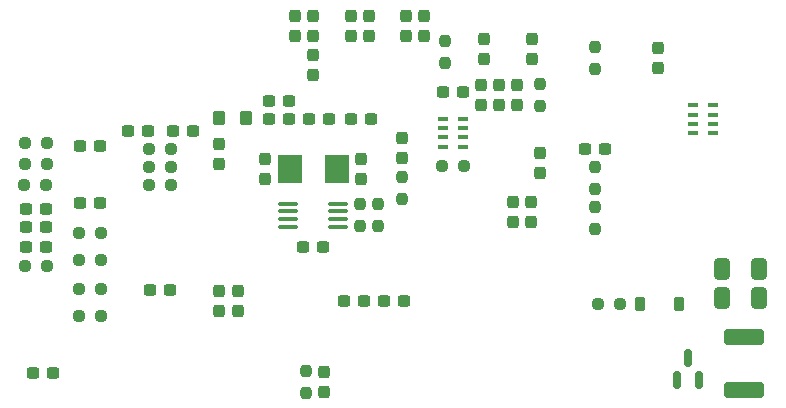
<source format=gbr>
G04 #@! TF.GenerationSoftware,KiCad,Pcbnew,8.0.2*
G04 #@! TF.CreationDate,2024-07-12T07:55:03+02:00*
G04 #@! TF.ProjectId,ETH1HMSR-SMS,45544831-484d-4535-922d-534d532e6b69,rev?*
G04 #@! TF.SameCoordinates,Original*
G04 #@! TF.FileFunction,Paste,Bot*
G04 #@! TF.FilePolarity,Positive*
%FSLAX46Y46*%
G04 Gerber Fmt 4.6, Leading zero omitted, Abs format (unit mm)*
G04 Created by KiCad (PCBNEW 8.0.2) date 2024-07-12 07:55:03*
%MOMM*%
%LPD*%
G01*
G04 APERTURE LIST*
G04 Aperture macros list*
%AMRoundRect*
0 Rectangle with rounded corners*
0 $1 Rounding radius*
0 $2 $3 $4 $5 $6 $7 $8 $9 X,Y pos of 4 corners*
0 Add a 4 corners polygon primitive as box body*
4,1,4,$2,$3,$4,$5,$6,$7,$8,$9,$2,$3,0*
0 Add four circle primitives for the rounded corners*
1,1,$1+$1,$2,$3*
1,1,$1+$1,$4,$5*
1,1,$1+$1,$6,$7*
1,1,$1+$1,$8,$9*
0 Add four rect primitives between the rounded corners*
20,1,$1+$1,$2,$3,$4,$5,0*
20,1,$1+$1,$4,$5,$6,$7,0*
20,1,$1+$1,$6,$7,$8,$9,0*
20,1,$1+$1,$8,$9,$2,$3,0*%
G04 Aperture macros list end*
%ADD10RoundRect,0.237500X-0.250000X-0.237500X0.250000X-0.237500X0.250000X0.237500X-0.250000X0.237500X0*%
%ADD11RoundRect,0.237500X0.300000X0.237500X-0.300000X0.237500X-0.300000X-0.237500X0.300000X-0.237500X0*%
%ADD12RoundRect,0.237500X0.237500X-0.300000X0.237500X0.300000X-0.237500X0.300000X-0.237500X-0.300000X0*%
%ADD13RoundRect,0.250000X-0.412500X-0.650000X0.412500X-0.650000X0.412500X0.650000X-0.412500X0.650000X0*%
%ADD14RoundRect,0.237500X0.237500X-0.250000X0.237500X0.250000X-0.237500X0.250000X-0.237500X-0.250000X0*%
%ADD15RoundRect,0.237500X-0.300000X-0.237500X0.300000X-0.237500X0.300000X0.237500X-0.300000X0.237500X0*%
%ADD16RoundRect,0.237500X-0.237500X0.250000X-0.237500X-0.250000X0.237500X-0.250000X0.237500X0.250000X0*%
%ADD17RoundRect,0.237500X0.250000X0.237500X-0.250000X0.237500X-0.250000X-0.237500X0.250000X-0.237500X0*%
%ADD18R,0.900000X0.400000*%
%ADD19RoundRect,0.237500X-0.237500X0.300000X-0.237500X-0.300000X0.237500X-0.300000X0.237500X0.300000X0*%
%ADD20R,2.000000X2.400000*%
%ADD21RoundRect,0.225000X-0.225000X-0.375000X0.225000X-0.375000X0.225000X0.375000X-0.225000X0.375000X0*%
%ADD22RoundRect,0.150000X0.150000X-0.587500X0.150000X0.587500X-0.150000X0.587500X-0.150000X-0.587500X0*%
%ADD23RoundRect,0.100000X-0.712500X-0.100000X0.712500X-0.100000X0.712500X0.100000X-0.712500X0.100000X0*%
%ADD24RoundRect,0.250000X0.275000X0.350000X-0.275000X0.350000X-0.275000X-0.350000X0.275000X-0.350000X0*%
%ADD25RoundRect,0.250000X-1.450000X0.400000X-1.450000X-0.400000X1.450000X-0.400000X1.450000X0.400000X0*%
G04 APERTURE END LIST*
D10*
G04 #@! TO.C,R508*
X133199500Y-89281000D03*
X135024500Y-89281000D03*
G04 #@! TD*
D11*
G04 #@! TO.C,C503*
X131037500Y-96393000D03*
X129312500Y-96393000D03*
G04 #@! TD*
D12*
G04 #@! TO.C,C412*
X151511000Y-67918500D03*
X151511000Y-66193500D03*
G04 #@! TD*
D13*
G04 #@! TO.C,C201*
X187667500Y-87630000D03*
X190792500Y-87630000D03*
G04 #@! TD*
D14*
G04 #@! TO.C,R407*
X158496000Y-83970500D03*
X158496000Y-82145500D03*
G04 #@! TD*
D11*
G04 #@! TO.C,C403*
X154405500Y-74930000D03*
X152680500Y-74930000D03*
G04 #@! TD*
D13*
G04 #@! TO.C,C202*
X187667500Y-90043000D03*
X190792500Y-90043000D03*
G04 #@! TD*
D15*
G04 #@! TO.C,C505*
X141123500Y-75946000D03*
X142848500Y-75946000D03*
G04 #@! TD*
D16*
G04 #@! TO.C,R303*
X176911000Y-82399500D03*
X176911000Y-84224500D03*
G04 #@! TD*
D12*
G04 #@! TO.C,C308*
X170307000Y-73760500D03*
X170307000Y-72035500D03*
G04 #@! TD*
D17*
G04 #@! TO.C,R505*
X130412500Y-80518000D03*
X128587500Y-80518000D03*
G04 #@! TD*
D15*
G04 #@! TO.C,C418*
X149251500Y-73406000D03*
X150976500Y-73406000D03*
G04 #@! TD*
D18*
G04 #@! TO.C,RN303*
X185205000Y-76130000D03*
X185205000Y-75330000D03*
X185205000Y-74530000D03*
X185205000Y-73730000D03*
X186905000Y-73730000D03*
X186905000Y-74530000D03*
X186905000Y-75330000D03*
X186905000Y-76130000D03*
G04 #@! TD*
D12*
G04 #@! TO.C,C410*
X153035000Y-67918500D03*
X153035000Y-66193500D03*
G04 #@! TD*
G04 #@! TO.C,C305*
X168783000Y-73760500D03*
X168783000Y-72035500D03*
G04 #@! TD*
D19*
G04 #@! TO.C,C401*
X160528000Y-76480500D03*
X160528000Y-78205500D03*
G04 #@! TD*
D11*
G04 #@! TO.C,C501*
X134974500Y-82042000D03*
X133249500Y-82042000D03*
G04 #@! TD*
D16*
G04 #@! TO.C,R305*
X176911000Y-78970500D03*
X176911000Y-80795500D03*
G04 #@! TD*
D20*
G04 #@! TO.C,Y401*
X155035000Y-79121000D03*
X151035000Y-79121000D03*
G04 #@! TD*
D14*
G04 #@! TO.C,R406*
X156972000Y-83970500D03*
X156972000Y-82145500D03*
G04 #@! TD*
D10*
G04 #@! TO.C,R502*
X128627500Y-87376000D03*
X130452500Y-87376000D03*
G04 #@! TD*
G04 #@! TO.C,R513*
X139168500Y-78994000D03*
X140993500Y-78994000D03*
G04 #@! TD*
D21*
G04 #@! TO.C,D202*
X180712000Y-90551000D03*
X184012000Y-90551000D03*
G04 #@! TD*
D15*
G04 #@! TO.C,C510*
X128677500Y-84074000D03*
X130402500Y-84074000D03*
G04 #@! TD*
D22*
G04 #@! TO.C,D201*
X185735000Y-97014500D03*
X183835000Y-97014500D03*
X184785000Y-95139500D03*
G04 #@! TD*
D10*
G04 #@! TO.C,R507*
X133199500Y-84582000D03*
X135024500Y-84582000D03*
G04 #@! TD*
D15*
G04 #@! TO.C,C508*
X139218500Y-89408000D03*
X140943500Y-89408000D03*
G04 #@! TD*
D19*
G04 #@! TO.C,C416*
X157099000Y-78258500D03*
X157099000Y-79983500D03*
G04 #@! TD*
G04 #@! TO.C,C409*
X145034000Y-89434500D03*
X145034000Y-91159500D03*
G04 #@! TD*
D15*
G04 #@! TO.C,C421*
X149251500Y-74930000D03*
X150976500Y-74930000D03*
G04 #@! TD*
D19*
G04 #@! TO.C,C407*
X145034000Y-76988500D03*
X145034000Y-78713500D03*
G04 #@! TD*
G04 #@! TO.C,C307*
X169926000Y-81941500D03*
X169926000Y-83666500D03*
G04 #@! TD*
G04 #@! TO.C,C419*
X146685000Y-89434500D03*
X146685000Y-91159500D03*
G04 #@! TD*
D12*
G04 #@! TO.C,C405*
X157734000Y-67918500D03*
X157734000Y-66193500D03*
G04 #@! TD*
G04 #@! TO.C,C304*
X171577000Y-69823500D03*
X171577000Y-68098500D03*
G04 #@! TD*
D17*
G04 #@! TO.C,R202*
X178966500Y-90551000D03*
X177141500Y-90551000D03*
G04 #@! TD*
D16*
G04 #@! TO.C,R401*
X164211000Y-68302500D03*
X164211000Y-70127500D03*
G04 #@! TD*
D12*
G04 #@! TO.C,C408*
X156210000Y-67918500D03*
X156210000Y-66193500D03*
G04 #@! TD*
D16*
G04 #@! TO.C,R405*
X160528000Y-79859500D03*
X160528000Y-81684500D03*
G04 #@! TD*
D23*
G04 #@! TO.C,U404*
X150922500Y-84033000D03*
X150922500Y-83383000D03*
X150922500Y-82733000D03*
X150922500Y-82083000D03*
X155147500Y-82083000D03*
X155147500Y-82733000D03*
X155147500Y-83383000D03*
X155147500Y-84033000D03*
G04 #@! TD*
D10*
G04 #@! TO.C,R512*
X139168500Y-80518000D03*
X140993500Y-80518000D03*
G04 #@! TD*
D15*
G04 #@! TO.C,C511*
X128677500Y-85725000D03*
X130402500Y-85725000D03*
G04 #@! TD*
D11*
G04 #@! TO.C,C502*
X134974500Y-77216000D03*
X133249500Y-77216000D03*
G04 #@! TD*
D19*
G04 #@! TO.C,C406*
X153035000Y-69495500D03*
X153035000Y-71220500D03*
G04 #@! TD*
D11*
G04 #@! TO.C,C312*
X177773500Y-77470000D03*
X176048500Y-77470000D03*
G04 #@! TD*
D15*
G04 #@! TO.C,C411*
X159030500Y-90297000D03*
X160755500Y-90297000D03*
G04 #@! TD*
D11*
G04 #@! TO.C,C507*
X139038500Y-75946000D03*
X137313500Y-75946000D03*
G04 #@! TD*
G04 #@! TO.C,C420*
X157326500Y-90297000D03*
X155601500Y-90297000D03*
G04 #@! TD*
D12*
G04 #@! TO.C,C311*
X182245000Y-70585500D03*
X182245000Y-68860500D03*
G04 #@! TD*
D19*
G04 #@! TO.C,C309*
X172212000Y-77750500D03*
X172212000Y-79475500D03*
G04 #@! TD*
G04 #@! TO.C,C415*
X153924000Y-96292500D03*
X153924000Y-98017500D03*
G04 #@! TD*
D11*
G04 #@! TO.C,C306*
X165708500Y-72644000D03*
X163983500Y-72644000D03*
G04 #@! TD*
D15*
G04 #@! TO.C,C414*
X156236500Y-74930000D03*
X157961500Y-74930000D03*
G04 #@! TD*
D24*
G04 #@! TO.C,FB401*
X147327000Y-74803000D03*
X145027000Y-74803000D03*
G04 #@! TD*
D17*
G04 #@! TO.C,R514*
X140993500Y-77470000D03*
X139168500Y-77470000D03*
G04 #@! TD*
D12*
G04 #@! TO.C,C402*
X162433000Y-67918500D03*
X162433000Y-66193500D03*
G04 #@! TD*
G04 #@! TO.C,C301*
X167513000Y-69823500D03*
X167513000Y-68098500D03*
G04 #@! TD*
D17*
G04 #@! TO.C,R503*
X130452500Y-78740000D03*
X128627500Y-78740000D03*
G04 #@! TD*
D19*
G04 #@! TO.C,C417*
X148971000Y-78258500D03*
X148971000Y-79983500D03*
G04 #@! TD*
D16*
G04 #@! TO.C,R304*
X172212000Y-71985500D03*
X172212000Y-73810500D03*
G04 #@! TD*
D18*
G04 #@! TO.C,RN302*
X165696000Y-74873000D03*
X165696000Y-75673000D03*
X165696000Y-76473000D03*
X165696000Y-77273000D03*
X163996000Y-77273000D03*
X163996000Y-76473000D03*
X163996000Y-75673000D03*
X163996000Y-74873000D03*
G04 #@! TD*
D12*
G04 #@! TO.C,C404*
X160909000Y-67918500D03*
X160909000Y-66193500D03*
G04 #@! TD*
D10*
G04 #@! TO.C,R504*
X128627500Y-76962000D03*
X130452500Y-76962000D03*
G04 #@! TD*
D17*
G04 #@! TO.C,R510*
X135024500Y-91567000D03*
X133199500Y-91567000D03*
G04 #@! TD*
D14*
G04 #@! TO.C,R306*
X176911000Y-70635500D03*
X176911000Y-68810500D03*
G04 #@! TD*
D10*
G04 #@! TO.C,R301*
X163933500Y-78867000D03*
X165758500Y-78867000D03*
G04 #@! TD*
D15*
G04 #@! TO.C,C509*
X128677500Y-82550000D03*
X130402500Y-82550000D03*
G04 #@! TD*
D14*
G04 #@! TO.C,R404*
X152400000Y-98067500D03*
X152400000Y-96242500D03*
G04 #@! TD*
D19*
G04 #@! TO.C,C310*
X171450000Y-81941500D03*
X171450000Y-83666500D03*
G04 #@! TD*
D15*
G04 #@! TO.C,C422*
X152172500Y-85725000D03*
X153897500Y-85725000D03*
G04 #@! TD*
D17*
G04 #@! TO.C,R509*
X135024500Y-86868000D03*
X133199500Y-86868000D03*
G04 #@! TD*
D12*
G04 #@! TO.C,C302*
X167259000Y-73760500D03*
X167259000Y-72035500D03*
G04 #@! TD*
D25*
G04 #@! TO.C,F201*
X189484000Y-93406000D03*
X189484000Y-97856000D03*
G04 #@! TD*
M02*

</source>
